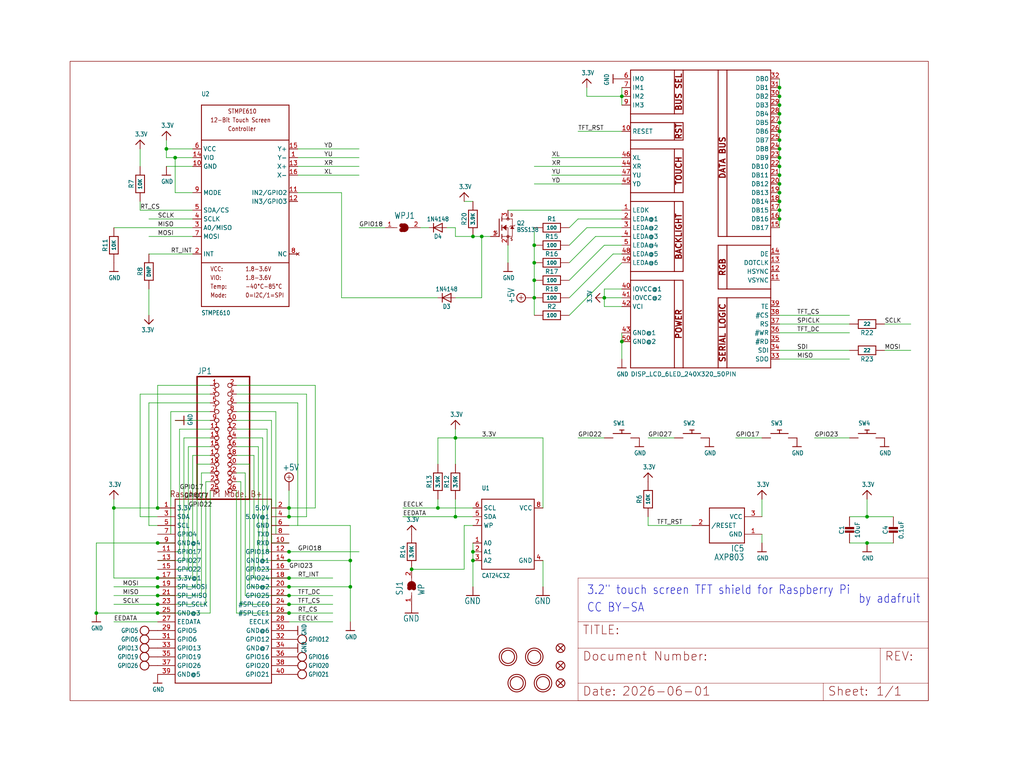
<source format=kicad_sch>
(kicad_sch (version 20230121) (generator eeschema)
  (paper "User" 297.002 223.571)
  (junction (at 132.08 127))
  (junction (at 251.46 157.48))
  (junction (at 137.16 68.58))
  (junction (at 226.06 25.4))
  (junction (at 27.94 177.8))
  (junction (at 226.06 33.02))
  (junction (at 101.6 170.18))
  (junction (at 226.06 58.42))
  (junction (at 101.6 162.56))
  (junction (at 83.82 175.26))
  (junction (at 226.06 48.26))
  (junction (at 45.72 172.72))
  (junction (at 226.06 30.48))
  (junction (at 154.94 76.2))
  (junction (at 83.82 160.02))
  (junction (at 83.82 172.72))
  (junction (at 45.72 177.8))
  (junction (at 33.02 147.32))
  (junction (at 45.72 157.48))
  (junction (at 154.94 71.12))
  (junction (at 180.34 99.06))
  (junction (at 45.72 175.26))
  (junction (at 226.06 63.5))
  (junction (at 226.06 60.96))
  (junction (at 50.8 45.72))
  (junction (at 45.72 147.32))
  (junction (at 83.82 177.8))
  (junction (at 83.82 170.18))
  (junction (at 175.26 86.36))
  (junction (at 83.82 162.56))
  (junction (at 154.94 86.36))
  (junction (at 48.26 43.18))
  (junction (at 180.34 27.94))
  (junction (at 226.06 45.72))
  (junction (at 127 147.32))
  (junction (at 226.06 40.64))
  (junction (at 137.16 160.02))
  (junction (at 139.7 68.58))
  (junction (at 83.82 167.64))
  (junction (at 45.72 167.64))
  (junction (at 83.82 149.86))
  (junction (at 226.06 35.56))
  (junction (at 226.06 53.34))
  (junction (at 45.72 170.18))
  (junction (at 137.16 162.56))
  (junction (at 226.06 43.18))
  (junction (at 132.08 149.86))
  (junction (at 119.38 165.1))
  (junction (at 226.06 27.94))
  (junction (at 83.82 147.32))
  (junction (at 251.46 149.86))
  (junction (at 226.06 38.1))
  (junction (at 226.06 55.88))
  (junction (at 226.06 50.8))
  (junction (at 154.94 81.28))
  (wire (pts (xy 226.06 38.1) (xy 226.06 40.64)) (stroke (width 0.1524)))
  (wire (pts (xy 83.82 175.26) (xy 69.85 175.26)) (stroke (width 0.1524)))
  (wire (pts (xy 259.08 149.86) (xy 251.46 149.86)) (stroke (width 0.1524)))
  (wire (pts (xy 80.01 119.38) (xy 68.58 119.38)) (stroke (width 0.1524)))
  (wire (pts (xy 154.94 81.28) (xy 154.94 76.2)) (stroke (width 0.1524)))
  (wire (pts (xy 45.72 154.94) (xy 49.53 154.94)) (stroke (width 0.1524)))
  (wire (pts (xy 175.26 88.9) (xy 180.34 88.9)) (stroke (width 0.1524)))
  (wire (pts (xy 59.69 139.7) (xy 60.96 139.7)) (stroke (width 0.1524)))
  (wire (pts (xy 83.82 160.02) (xy 77.47 160.02)) (stroke (width 0.1524)))
  (wire (pts (xy 101.6 170.18) (xy 101.6 180.34)) (stroke (width 0.1524)))
  (wire (pts (xy 175.26 83.82) (xy 180.34 83.82)) (stroke (width 0.1524)))
  (wire (pts (xy 77.47 160.02) (xy 77.47 124.46)) (stroke (width 0.1524)))
  (wire (pts (xy 172.72 68.58) (xy 180.34 68.58)) (stroke (width 0.1524)))
  (wire (pts (xy 139.7 86.36) (xy 132.08 86.36)) (stroke (width 0.1524)))
  (wire (pts (xy 33.02 66.04) (xy 55.88 66.04)) (stroke (width 0.1524)))
  (wire (pts (xy 54.61 129.54) (xy 60.96 129.54)) (stroke (width 0.1524)))
  (wire (pts (xy 33.02 167.64) (xy 33.02 147.32)) (stroke (width 0.1524)))
  (wire (pts (xy 132.08 127) (xy 127 127)) (stroke (width 0.1524)))
  (wire (pts (xy 175.26 88.9) (xy 175.26 86.36)) (stroke (width 0.1524)))
  (wire (pts (xy 226.06 63.5) (xy 226.06 66.04)) (stroke (width 0.1524)))
  (wire (pts (xy 226.06 101.6) (xy 246.38 101.6)) (stroke (width 0.1524)))
  (wire (pts (xy 45.72 177.8) (xy 60.96 177.8)) (stroke (width 0.1524)))
  (wire (pts (xy 132.08 134.62) (xy 132.08 127)) (stroke (width 0.1524)))
  (wire (pts (xy 43.18 91.44) (xy 43.18 83.82)) (stroke (width 0.1524)))
  (wire (pts (xy 83.82 142.24) (xy 83.82 147.32)) (stroke (width 0.1524)))
  (wire (pts (xy 226.06 35.56) (xy 226.06 38.1)) (stroke (width 0.1524)))
  (wire (pts (xy 101.6 152.4) (xy 101.6 162.56)) (stroke (width 0.1524)))
  (wire (pts (xy 195.58 127) (xy 187.96 127)) (stroke (width 0.1524)))
  (wire (pts (xy 246.38 127) (xy 236.22 127)) (stroke (width 0.1524)))
  (wire (pts (xy 45.72 149.86) (xy 40.64 149.86)) (stroke (width 0.1524)))
  (wire (pts (xy 226.06 27.94) (xy 226.06 30.48)) (stroke (width 0.1524)))
  (wire (pts (xy 251.46 144.78) (xy 251.46 149.86)) (stroke (width 0.1524)))
  (wire (pts (xy 154.94 86.36) (xy 154.94 81.28)) (stroke (width 0.1524)))
  (wire (pts (xy 154.94 76.2) (xy 154.94 71.12)) (stroke (width 0.1524)))
  (wire (pts (xy 124.46 66.04) (xy 121.92 66.04)) (stroke (width 0.1524)))
  (wire (pts (xy 83.82 160.02) (xy 104.14 160.02)) (stroke (width 0.1524)))
  (wire (pts (xy 83.82 177.8) (xy 96.52 177.8)) (stroke (width 0.1524)))
  (wire (pts (xy 187.96 152.4) (xy 187.96 149.86)) (stroke (width 0.1524)))
  (wire (pts (xy 226.06 93.98) (xy 246.38 93.98)) (stroke (width 0.1524)))
  (wire (pts (xy 251.46 157.48) (xy 259.08 157.48)) (stroke (width 0.1524)))
  (wire (pts (xy 58.42 172.72) (xy 58.42 137.16)) (stroke (width 0.1524)))
  (wire (pts (xy 226.06 25.4) (xy 226.06 27.94)) (stroke (width 0.1524)))
  (wire (pts (xy 180.34 25.4) (xy 180.34 27.94)) (stroke (width 0.1524)))
  (wire (pts (xy 83.82 175.26) (xy 96.52 175.26)) (stroke (width 0.1524)))
  (wire (pts (xy 40.64 48.26) (xy 40.64 43.18)) (stroke (width 0.1524)))
  (wire (pts (xy 45.72 180.34) (xy 33.02 180.34)) (stroke (width 0.1524)))
  (wire (pts (xy 226.06 91.44) (xy 246.38 91.44)) (stroke (width 0.1524)))
  (wire (pts (xy 220.98 149.86) (xy 220.98 144.78)) (stroke (width 0.1524)))
  (wire (pts (xy 55.88 167.64) (xy 55.88 132.08)) (stroke (width 0.1524)))
  (wire (pts (xy 45.72 167.64) (xy 55.88 167.64)) (stroke (width 0.1524)))
  (wire (pts (xy 88.9 114.3) (xy 68.58 114.3)) (stroke (width 0.1524)))
  (wire (pts (xy 83.82 152.4) (xy 101.6 152.4)) (stroke (width 0.1524)))
  (wire (pts (xy 48.26 40.64) (xy 48.26 43.18)) (stroke (width 0.1524)))
  (wire (pts (xy 180.34 96.52) (xy 180.34 99.06)) (stroke (width 0.1524)))
  (wire (pts (xy 45.72 170.18) (xy 33.02 170.18)) (stroke (width 0.1524)))
  (wire (pts (xy 226.06 104.14) (xy 246.38 104.14)) (stroke (width 0.1524)))
  (wire (pts (xy 165.1 81.28) (xy 175.26 71.12)) (stroke (width 0.1524)))
  (wire (pts (xy 83.82 180.34) (xy 96.52 180.34)) (stroke (width 0.1524)))
  (wire (pts (xy 60.96 177.8) (xy 60.96 142.24)) (stroke (width 0.1524)))
  (wire (pts (xy 86.36 55.88) (xy 99.06 55.88)) (stroke (width 0.1524)))
  (wire (pts (xy 157.48 162.56) (xy 157.48 170.18)) (stroke (width 0.1524)))
  (wire (pts (xy 99.06 55.88) (xy 99.06 86.36)) (stroke (width 0.1524)))
  (wire (pts (xy 76.2 162.56) (xy 83.82 162.56)) (stroke (width 0.1524)))
  (wire (pts (xy 175.26 83.82) (xy 175.26 86.36)) (stroke (width 0.1524)))
  (wire (pts (xy 45.72 172.72) (xy 58.42 172.72)) (stroke (width 0.1524)))
  (wire (pts (xy 83.82 170.18) (xy 101.6 170.18)) (stroke (width 0.1524)))
  (wire (pts (xy 83.82 167.64) (xy 96.52 167.64)) (stroke (width 0.1524)))
  (wire (pts (xy 175.26 127) (xy 167.64 127)) (stroke (width 0.1524)))
  (wire (pts (xy 147.32 71.12) (xy 147.32 76.2)) (stroke (width 0.1524)))
  (wire (pts (xy 101.6 162.56) (xy 101.6 170.18)) (stroke (width 0.1524)))
  (wire (pts (xy 220.98 154.94) (xy 220.98 157.48)) (stroke (width 0.1524)))
  (wire (pts (xy 54.61 165.1) (xy 54.61 129.54)) (stroke (width 0.1524)))
  (wire (pts (xy 83.82 165.1) (xy 74.93 165.1)) (stroke (width 0.1524)))
  (wire (pts (xy 127 144.78) (xy 127 147.32)) (stroke (width 0.1524)))
  (wire (pts (xy 45.72 147.32) (xy 45.72 111.76)) (stroke (width 0.1524)))
  (wire (pts (xy 177.8 73.66) (xy 180.34 73.66)) (stroke (width 0.1524)))
  (wire (pts (xy 180.34 38.1) (xy 167.64 38.1)) (stroke (width 0.1524)))
  (wire (pts (xy 45.72 177.8) (xy 27.94 177.8)) (stroke (width 0.1524)))
  (wire (pts (xy 134.62 152.4) (xy 137.16 152.4)) (stroke (width 0.1524)))
  (wire (pts (xy 99.06 86.36) (xy 127 86.36)) (stroke (width 0.1524)))
  (wire (pts (xy 86.36 50.8) (xy 104.14 50.8)) (stroke (width 0.1524)))
  (wire (pts (xy 49.53 154.94) (xy 49.53 119.38)) (stroke (width 0.1524)))
  (wire (pts (xy 180.34 86.36) (xy 175.26 86.36)) (stroke (width 0.1524)))
  (wire (pts (xy 134.62 58.42) (xy 137.16 58.42)) (stroke (width 0.1524)))
  (wire (pts (xy 226.06 30.48) (xy 226.06 33.02)) (stroke (width 0.1524)))
  (wire (pts (xy 132.08 68.58) (xy 137.16 68.58)) (stroke (width 0.1524)))
  (wire (pts (xy 91.44 111.76) (xy 91.44 147.32)) (stroke (width 0.1524)))
  (wire (pts (xy 165.1 66.04) (xy 167.64 63.5)) (stroke (width 0.1524)))
  (wire (pts (xy 45.72 172.72) (xy 33.02 172.72)) (stroke (width 0.1524)))
  (wire (pts (xy 200.66 152.4) (xy 187.96 152.4)) (stroke (width 0.1524)))
  (wire (pts (xy 139.7 68.58) (xy 139.7 86.36)) (stroke (width 0.1524)))
  (wire (pts (xy 45.72 160.02) (xy 52.07 160.02)) (stroke (width 0.1524)))
  (wire (pts (xy 52.07 124.46) (xy 60.96 124.46)) (stroke (width 0.1524)))
  (wire (pts (xy 132.08 149.86) (xy 137.16 149.86)) (stroke (width 0.1524)))
  (wire (pts (xy 45.72 152.4) (xy 43.18 152.4)) (stroke (width 0.1524)))
  (wire (pts (xy 74.93 129.54) (xy 68.58 129.54)) (stroke (width 0.1524)))
  (wire (pts (xy 68.58 127) (xy 76.2 127)) (stroke (width 0.1524)))
  (wire (pts (xy 226.06 40.64) (xy 226.06 43.18)) (stroke (width 0.1524)))
  (wire (pts (xy 91.44 147.32) (xy 83.82 147.32)) (stroke (width 0.1524)))
  (wire (pts (xy 129.54 66.04) (xy 132.08 66.04)) (stroke (width 0.1524)))
  (wire (pts (xy 68.58 177.8) (xy 83.82 177.8)) (stroke (width 0.1524)))
  (wire (pts (xy 55.88 73.66) (xy 43.18 73.66)) (stroke (width 0.1524)))
  (wire (pts (xy 88.9 149.86) (xy 88.9 114.3)) (stroke (width 0.1524)))
  (wire (pts (xy 45.72 111.76) (xy 60.96 111.76)) (stroke (width 0.1524)))
  (wire (pts (xy 220.98 127) (xy 213.36 127)) (stroke (width 0.1524)))
  (wire (pts (xy 68.58 137.16) (xy 71.12 137.16)) (stroke (width 0.1524)))
  (wire (pts (xy 57.15 170.18) (xy 57.15 134.62)) (stroke (width 0.1524)))
  (wire (pts (xy 147.32 60.96) (xy 180.34 60.96)) (stroke (width 0.1524)))
  (wire (pts (xy 251.46 149.86) (xy 246.38 149.86)) (stroke (width 0.1524)))
  (wire (pts (xy 83.82 170.18) (xy 72.39 170.18)) (stroke (width 0.1524)))
  (wire (pts (xy 48.26 48.26) (xy 55.88 48.26)) (stroke (width 0.1524)))
  (wire (pts (xy 246.38 157.48) (xy 251.46 157.48)) (stroke (width 0.1524)))
  (wire (pts (xy 137.16 162.56) (xy 137.16 170.18)) (stroke (width 0.1524)))
  (wire (pts (xy 142.24 68.58) (xy 139.7 68.58)) (stroke (width 0.1524)))
  (wire (pts (xy 45.72 165.1) (xy 54.61 165.1)) (stroke (width 0.1524)))
  (wire (pts (xy 175.26 71.12) (xy 180.34 71.12)) (stroke (width 0.1524)))
  (wire (pts (xy 256.54 93.98) (xy 264.16 93.98)) (stroke (width 0.1524)))
  (wire (pts (xy 50.8 55.88) (xy 50.8 45.72)) (stroke (width 0.1524)))
  (wire (pts (xy 165.1 91.44) (xy 180.34 76.2)) (stroke (width 0.1524)))
  (wire (pts (xy 180.34 48.26) (xy 154.94 48.26)) (stroke (width 0.1524)))
  (wire (pts (xy 69.85 139.7) (xy 68.58 139.7)) (stroke (width 0.1524)))
  (wire (pts (xy 45.72 175.26) (xy 33.02 175.26)) (stroke (width 0.1524)))
  (wire (pts (xy 71.12 172.72) (xy 83.82 172.72)) (stroke (width 0.1524)))
  (wire (pts (xy 53.34 162.56) (xy 53.34 127)) (stroke (width 0.1524)))
  (wire (pts (xy 180.34 27.94) (xy 180.34 30.48)) (stroke (width 0.1524)))
  (wire (pts (xy 132.08 144.78) (xy 132.08 149.86)) (stroke (width 0.1524)))
  (wire (pts (xy 43.18 116.84) (xy 60.96 116.84)) (stroke (width 0.1524)))
  (wire (pts (xy 72.39 134.62) (xy 68.58 134.62)) (stroke (width 0.1524)))
  (wire (pts (xy 127 147.32) (xy 116.84 147.32)) (stroke (width 0.1524)))
  (wire (pts (xy 137.16 68.58) (xy 139.7 68.58)) (stroke (width 0.1524)))
  (wire (pts (xy 137.16 147.32) (xy 127 147.32)) (stroke (width 0.1524)))
  (wire (pts (xy 119.38 165.1) (xy 134.62 165.1)) (stroke (width 0.1524)))
  (wire (pts (xy 55.88 132.08) (xy 60.96 132.08)) (stroke (width 0.1524)))
  (wire (pts (xy 68.58 116.84) (xy 86.36 116.84)) (stroke (width 0.1524)))
  (wire (pts (xy 165.1 86.36) (xy 177.8 73.66)) (stroke (width 0.1524)))
  (wire (pts (xy 55.88 68.58) (xy 43.18 68.58)) (stroke (width 0.1524)))
  (wire (pts (xy 59.69 175.26) (xy 59.69 139.7)) (stroke (width 0.1524)))
  (wire (pts (xy 50.8 121.92) (xy 60.96 121.92)) (stroke (width 0.1524)))
  (wire (pts (xy 226.06 50.8) (xy 226.06 53.34)) (stroke (width 0.1524)))
  (wire (pts (xy 137.16 160.02) (xy 137.16 162.56)) (stroke (width 0.1524)))
  (wire (pts (xy 86.36 116.84) (xy 86.36 152.4)) (stroke (width 0.1524)))
  (wire (pts (xy 154.94 86.36) (xy 154.94 91.44)) (stroke (width 0.1524)))
  (wire (pts (xy 33.02 144.78) (xy 33.02 147.32)) (stroke (width 0.1524)))
  (wire (pts (xy 83.82 162.56) (xy 101.6 162.56)) (stroke (width 0.1524)))
  (wire (pts (xy 226.06 55.88) (xy 226.06 58.42)) (stroke (width 0.1524)))
  (wire (pts (xy 27.94 157.48) (xy 27.94 177.8)) (stroke (width 0.1524)))
  (wire (pts (xy 69.85 175.26) (xy 69.85 139.7)) (stroke (width 0.1524)))
  (wire (pts (xy 226.06 45.72) (xy 226.06 48.26)) (stroke (width 0.1524)))
  (wire (pts (xy 226.06 58.42) (xy 226.06 60.96)) (stroke (width 0.1524)))
  (wire (pts (xy 73.66 167.64) (xy 83.82 167.64)) (stroke (width 0.1524)))
  (wire (pts (xy 137.16 157.48) (xy 137.16 160.02)) (stroke (width 0.1524)))
  (wire (pts (xy 58.42 137.16) (xy 60.96 137.16)) (stroke (width 0.1524)))
  (wire (pts (xy 180.34 53.34) (xy 154.94 53.34)) (stroke (width 0.1524)))
  (wire (pts (xy 116.84 149.86) (xy 132.08 149.86)) (stroke (width 0.1524)))
  (wire (pts (xy 80.01 154.94) (xy 80.01 119.38)) (stroke (width 0.1524)))
  (wire (pts (xy 40.64 114.3) (xy 60.96 114.3)) (stroke (width 0.1524)))
  (wire (pts (xy 40.64 149.86) (xy 40.64 114.3)) (stroke (width 0.1524)))
  (wire (pts (xy 48.26 43.18) (xy 48.26 45.72)) (stroke (width 0.1524)))
  (wire (pts (xy 68.58 142.24) (xy 68.58 177.8)) (stroke (width 0.1524)))
  (wire (pts (xy 78.74 121.92) (xy 78.74 157.48)) (stroke (width 0.1524)))
  (wire (pts (xy 45.72 157.48) (xy 50.8 157.48)) (stroke (width 0.1524)))
  (wire (pts (xy 180.34 45.72) (xy 160.02 45.72)) (stroke (width 0.1524)))
  (wire (pts (xy 83.82 149.86) (xy 88.9 149.86)) (stroke (width 0.1524)))
  (wire (pts (xy 72.39 170.18) (xy 72.39 134.62)) (stroke (width 0.1524)))
  (wire (pts (xy 45.72 157.48) (xy 27.94 157.48)) (stroke (width 0.1524)))
  (wire (pts (xy 33.02 147.32) (xy 45.72 147.32)) (stroke (width 0.1524)))
  (wire (pts (xy 157.48 147.32) (xy 157.48 127)) (stroke (width 0.1524)))
  (wire (pts (xy 71.12 137.16) (xy 71.12 172.72)) (stroke (width 0.1524)))
  (wire (pts (xy 76.2 127) (xy 76.2 162.56)) (stroke (width 0.1524)))
  (wire (pts (xy 78.74 157.48) (xy 83.82 157.48)) (stroke (width 0.1524)))
  (wire (pts (xy 77.47 124.46) (xy 68.58 124.46)) (stroke (width 0.1524)))
  (wire (pts (xy 55.88 55.88) (xy 50.8 55.88)) (stroke (width 0.1524)))
  (wire (pts (xy 226.06 53.34) (xy 226.06 55.88)) (stroke (width 0.1524)))
  (wire (pts (xy 167.64 63.5) (xy 180.34 63.5)) (stroke (width 0.1524)))
  (wire (pts (xy 170.18 66.04) (xy 180.34 66.04)) (stroke (width 0.1524)))
  (wire (pts (xy 55.88 45.72) (xy 50.8 45.72)) (stroke (width 0.1524)))
  (wire (pts (xy 45.72 170.18) (xy 57.15 170.18)) (stroke (width 0.1524)))
  (wire (pts (xy 43.18 63.5) (xy 55.88 63.5)) (stroke (width 0.1524)))
  (wire (pts (xy 104.14 66.04) (xy 111.76 66.04)) (stroke (width 0.1524)))
  (wire (pts (xy 180.34 50.8) (xy 160.02 50.8)) (stroke (width 0.1524)))
  (wire (pts (xy 256.54 101.6) (xy 264.16 101.6)) (stroke (width 0.1524)))
  (wire (pts (xy 226.06 60.96) (xy 226.06 63.5)) (stroke (width 0.1524)))
  (wire (pts (xy 45.72 167.64) (xy 33.02 167.64)) (stroke (width 0.1524)))
  (wire (pts (xy 127 127) (xy 127 134.62)) (stroke (width 0.1524)))
  (wire (pts (xy 165.1 71.12) (xy 170.18 66.04)) (stroke (width 0.1524)))
  (wire (pts (xy 68.58 132.08) (xy 73.66 132.08)) (stroke (width 0.1524)))
  (wire (pts (xy 45.72 162.56) (xy 53.34 162.56)) (stroke (width 0.1524)))
  (wire (pts (xy 132.08 124.46) (xy 132.08 127)) (stroke (width 0.1524)))
  (wire (pts (xy 49.53 119.38) (xy 60.96 119.38)) (stroke (width 0.1524)))
  (wire (pts (xy 40.64 60.96) (xy 40.64 58.42)) (stroke (width 0.1524)))
  (wire (pts (xy 226.06 48.26) (xy 226.06 50.8)) (stroke (width 0.1524)))
  (wire (pts (xy 86.36 48.26) (xy 104.14 48.26)) (stroke (width 0.1524)))
  (wire (pts (xy 40.64 60.96) (xy 55.88 60.96)) (stroke (width 0.1524)))
  (wire (pts (xy 45.72 175.26) (xy 59.69 175.26)) (stroke (width 0.1524)))
  (wire (pts (xy 180.34 27.94) (xy 170.18 27.94)) (stroke (width 0.1524)))
  (wire (pts (xy 83.82 172.72) (xy 96.52 172.72)) (stroke (width 0.1524)))
  (wire (pts (xy 48.26 43.18) (xy 55.88 43.18)) (stroke (width 0.1524)))
  (wire (pts (xy 226.06 22.86) (xy 226.06 25.4)) (stroke (width 0.1524)))
  (wire (pts (xy 86.36 45.72) (xy 104.14 45.72)) (stroke (width 0.1524)))
  (wire (pts (xy 154.94 66.04) (xy 154.94 71.12)) (stroke (width 0.1524)))
  (wire (pts (xy 134.62 165.1) (xy 134.62 152.4)) (stroke (width 0.1524)))
  (wire (pts (xy 86.36 43.18) (xy 104.14 43.18)) (stroke (width 0.1524)))
  (wire (pts (xy 52.07 160.02) (xy 52.07 124.46)) (stroke (width 0.1524)))
  (wire (pts (xy 165.1 76.2) (xy 172.72 68.58)) (stroke (width 0.1524)))
  (wire (pts (xy 53.34 127) (xy 60.96 127)) (stroke (width 0.1524)))
  (wire (pts (xy 157.48 127) (xy 132.08 127)) (stroke (width 0.1524)))
  (wire (pts (xy 226.06 43.18) (xy 226.06 45.72)) (stroke (width 0.1524)))
  (wire (pts (xy 170.18 27.94) (xy 170.18 25.4)) (stroke (width 0.1524)))
  (wire (pts (xy 68.58 111.76) (xy 91.44 111.76)) (stroke (width 0.1524)))
  (wire (pts (xy 226.06 33.02) (xy 226.06 35.56)) (stroke (width 0.1524)))
  (wire (pts (xy 180.34 99.06) (xy 180.34 104.14)) (stroke (width 0.1524)))
  (wire (pts (xy 68.58 121.92) (xy 78.74 121.92)) (stroke (width 0.1524)))
  (wire (pts (xy 83.82 154.94) (xy 80.01 154.94)) (stroke (width 0.1524)))
  (wire (pts (xy 226.06 96.52) (xy 246.38 96.52)) (stroke (width 0.1524)))
  (wire (pts (xy 43.18 152.4) (xy 43.18 116.84)) (stroke (width 0.1524)))
  (wire (pts (xy 132.08 66.04) (xy 132.08 68.58)) (stroke (width 0.1524)))
  (wire (pts (xy 73.66 132.08) (xy 73.66 167.64)) (stroke (width 0.1524)))
  (wire (pts (xy 57.15 134.62) (xy 60.96 134.62)) (stroke (width 0.1524)))
  (wire (pts (xy 50.8 45.72) (xy 48.26 45.72)) (stroke (width 0.1524)))
  (wire (pts (xy 83.82 147.32) (xy 83.82 149.86)) (stroke (width 0.1524)))
  (wire (pts (xy 74.93 165.1) (xy 74.93 129.54)) (stroke (width 0.1524)))
  (text "by adafruit~{}" (at 248.92 175.26 0) (effects (font (size 2.54 2.159)) (justify left bottom)))
  (text "3.2\" touch screen TFT shield for Raspberry Pi" (at 170.18 172.72 0) (effects (font (size 2.54 2.159)) (justify left bottom)))
  (text "CC BY-SA" (at 170.18 177.8 0) (effects (font (size 2.54 2.159)) (justify left bottom)))
  (label "YU" (at 160.02 50.8 0) (effects (font (size 1.2446 1.2446))))
  (label "GPIO17" (at 213.36 127 0) (effects (font (size 1.2446 1.2446))))
  (label "GPIO23" (at 83.82 165.1 0) (effects (font (size 1.2446 1.2446))))
  (label "GPIO22" (at 167.64 127 0) (effects (font (size 1.2446 1.2446))))
  (label "MISO" (at 231.14 104.14 0) (effects (font (size 1.2446 1.2446))))
  (label "3.3V" (at 139.7 127 0) (effects (font (size 1.2446 1.2446))))
  (label "TFT_DC" (at 86.36 172.72 0) (effects (font (size 1.2446 1.2446))))
  (label "RT_INT" (at 49.53 73.66 0) (effects (font (size 1.2446 1.2446))))
  (label "RT_INT" (at 86.36 167.64 0) (effects (font (size 1.2446 1.2446))))
  (label "GPIO27" (at 53.34 144.78 0) (effects (font (size 1.2446 1.2446))))
  (label "MISO" (at 45.72 66.04 0) (effects (font (size 1.2446 1.2446))))
  (label "RT_CS" (at 40.64 60.96 0) (effects (font (size 1.2446 1.2446))))
  (label "SDI" (at 231.14 101.6 0) (effects (font (size 1.2446 1.2446))))
  (label "YU" (at 93.98 45.72 0) (effects (font (size 1.2446 1.2446))))
  (label "TFT_RST" (at 167.64 38.1 0) (effects (font (size 1.2446 1.2446))))
  (label "MISO" (at 35.56 172.72 0) (effects (font (size 1.2446 1.2446))))
  (label "MOSI" (at 256.54 101.6 0) (effects (font (size 1.2446 1.2446))))
  (label "GPIO17" (at 52.07 142.24 0) (effects (font (size 1.2446 1.2446))))
  (label "SCLK" (at 45.72 63.5 0) (effects (font (size 1.2446 1.2446))))
  (label "RT_CS" (at 86.36 177.8 0) (effects (font (size 1.2446 1.2446))))
  (label "GPIO18" (at 86.36 160.02 0) (effects (font (size 1.2446 1.2446))))
  (label "TFT_CS" (at 231.14 91.44 0) (effects (font (size 1.2446 1.2446))))
  (label "XR" (at 93.98 48.26 0) (effects (font (size 1.2446 1.2446))))
  (label "GPIO18" (at 104.14 66.04 0) (effects (font (size 1.2446 1.2446))))
  (label "XR" (at 160.02 48.26 0) (effects (font (size 1.2446 1.2446))))
  (label "YD" (at 160.02 53.34 0) (effects (font (size 1.2446 1.2446))))
  (label "EECLK" (at 86.36 180.34 0) (effects (font (size 1.2446 1.2446))))
  (label "TFT_CS" (at 86.36 175.26 0) (effects (font (size 1.2446 1.2446))))
  (label "MOSI" (at 45.72 68.58 0) (effects (font (size 1.2446 1.2446))))
  (label "GPIO22" (at 54.61 147.32 0) (effects (font (size 1.2446 1.2446))))
  (label "TFT_DC" (at 231.14 96.52 0) (effects (font (size 1.2446 1.2446))))
  (label "GPIO23" (at 236.22 127 0) (effects (font (size 1.2446 1.2446))))
  (label "EECLK" (at 116.84 147.32 0) (effects (font (size 1.2446 1.2446))))
  (label "MOSI" (at 35.56 170.18 0) (effects (font (size 1.2446 1.2446))))
  (label "EEDATA" (at 33.02 180.34 0) (effects (font (size 1.2446 1.2446))))
  (label "SPICLK" (at 231.14 93.98 0) (effects (font (size 1.2446 1.2446))))
  (label "SCLK" (at 256.54 93.98 0) (effects (font (size 1.2446 1.2446))))
  (label "XL" (at 93.98 50.8 0) (effects (font (size 1.2446 1.2446))))
  (label "EEDATA" (at 116.84 149.86 0) (effects (font (size 1.2446 1.2446))))
  (label "TFT_RST" (at 190.5 152.4 0) (effects (font (size 1.2446 1.2446))))
  (label "YD" (at 93.98 43.18 0) (effects (font (size 1.2446 1.2446))))
  (label "GPIO27" (at 187.96 127 0) (effects (font (size 1.2446 1.2446))))
  (label "SCLK" (at 35.56 175.26 0) (effects (font (size 1.2446 1.2446))))
  (label "XL" (at 160.02 45.72 0) (effects (font (size 1.2446 1.2446))))
  (symbol (lib_id "working-eagle-import:GND") (at 48.26 50.8 0) (unit 1)
    (property "Reference" "#U$7" (effects hide))
    (property "Value" "GND" (at 46.736 53.34 0) (effects (font (size 1.27 1.0795)) (justify left bottom)))
  )
  (symbol (lib_id "working-eagle-import:MOUNTINGHOLE2.5_THICK") (at 149.86 198.12 0) (unit 1)
    (property "Reference" "U$17" (effects hide))
    (property "Value" "MOUNTINGHOLE2.5_THICK" (effects hide))
    (property "Footprint" "working:MOUNTINGHOLE_2.5_PLATED_THICK" (effects hide))
    (property "BOM" "EXCLUDE" (effects hide))
  )
  (symbol (lib_id "working-eagle-import:MOUNTINGHOLE2.5_THICK") (at 147.32 190.5 0) (unit 1)
    (property "Reference" "U$16" (effects hide))
    (property "Value" "MOUNTINGHOLE2.5_THICK" (effects hide))
    (property "Footprint" "working:MOUNTINGHOLE_2.5_PLATED_THICK" (effects hide))
  )
  (symbol (lib_id "working-eagle-import:GND") (at 147.32 78.74 0) (unit 1)
    (property "Reference" "#U$39" (effects hide))
    (property "Value" "GND" (at 145.796 81.28 0) (effects (font (size 1.27 1.0795)) (justify left bottom)))
  )
  (symbol (lib_id "working-eagle-import:DISP_LCD_6LED_240X320_50PIN") (at 203.2 60.96 0) (unit 1)
    (property "Reference" "U$1" (effects hide))
    (property "Value" "DISP_LCD_6LED_240X320_50PIN" (at 182.88 109.22 0) (effects (justify left bottom)))
    (property "Footprint" "working:TFT_3.2IN_240X320_50PIN" (effects hide))
  )
  (symbol (lib_id "working-eagle-import:TESTPOINT1.5X2.0MM_NOCREAM") (at 45.72 185.42 90) (unit 1)
    (property "Reference" "GPIO6" (at 40.132 185.42 90) (effects (font (size 1.27 1.0795)) (justify left)))
    (property "Value" "TESTPOINT1.5X2.0MM_NOCREAM" (effects hide))
    (property "Footprint" "working:PAD-1.5X2.0" (effects hide))
  )
  (symbol (lib_id "working-eagle-import:RESISTOR0805_NOOUTLINE") (at 160.02 71.12 0) (unit 1)
    (property "Reference" "R15" (at 160.02 68.58 0))
    (property "Value" "100" (at 160.02 71.12 0) (effects (font (size 1.016 1.016) bold)))
    (property "Footprint" "working:0805-NO" (effects hide))
  )
  (symbol (lib_id "working-eagle-import:FIDUCIAL{dblquote}{dblquote}") (at 162.56 187.96 0) (unit 1)
    (property "Reference" "U$10" (effects hide))
    (property "Value" "FIDUCIAL{dblquote}{dblquote}" (effects hide))
    (property "Footprint" "working:FIDUCIAL_1MM" (effects hide))
  )
  (symbol (lib_id "working-eagle-import:RESISTOR0805_NOOUTLINE") (at 160.02 76.2 0) (unit 1)
    (property "Reference" "R16" (at 160.02 73.66 0))
    (property "Value" "100" (at 160.02 76.2 0) (effects (font (size 1.016 1.016) bold)))
    (property "Footprint" "working:0805-NO" (effects hide))
  )
  (symbol (lib_id "working-eagle-import:CAP_CERAMIC0805-NOOUTLINE") (at 259.08 154.94 0) (unit 1)
    (property "Reference" "C4" (at 256.79 153.69 90))
    (property "Value" "0.1uF" (at 261.38 153.69 90))
    (property "Footprint" "working:0805-NO" (effects hide))
  )
  (symbol (lib_id "working-eagle-import:GND") (at 53.34 121.92 90) (unit 1)
    (property "Reference" "#U$25" (effects hide))
    (property "Value" "GND" (at 55.88 123.444 0) (effects (font (size 1.27 1.0795)) (justify left bottom)))
  )
  (symbol (lib_id "working-eagle-import:RESISTOR_0805MP") (at 251.46 101.6 180) (unit 1)
    (property "Reference" "R23" (at 251.46 104.14 0))
    (property "Value" "22" (at 251.46 101.6 0) (effects (font (size 1.016 1.016) bold)))
    (property "Footprint" "working:_0805MP" (effects hide))
  )
  (symbol (lib_id "working-eagle-import:RESISTOR0805_NOOUTLINE") (at 40.64 53.34 90) (unit 1)
    (property "Reference" "R7" (at 38.1 53.34 0))
    (property "Value" "10K" (at 40.64 53.34 0) (effects (font (size 1.016 1.016) bold)))
    (property "Footprint" "working:0805-NO" (effects hide))
  )
  (symbol (lib_id "working-eagle-import:GND") (at 33.02 78.74 0) (unit 1)
    (property "Reference" "#U$2" (effects hide))
    (property "Value" "GND" (at 31.496 81.28 0) (effects (font (size 1.27 1.0795)) (justify left bottom)))
  )
  (symbol (lib_id "working-eagle-import:FIDUCIAL{dblquote}{dblquote}") (at 162.56 198.12 0) (unit 1)
    (property "Reference" "U$11" (effects hide))
    (property "Value" "FIDUCIAL{dblquote}{dblquote}" (effects hide))
    (property "Footprint" "working:FIDUCIAL_1MM" (effects hide))
  )
  (symbol (lib_id "working-eagle-import:GND") (at 45.72 198.12 0) (unit 1)
    (property "Reference" "#U$36" (effects hide))
    (property "Value" "GND" (at 44.196 200.66 0) (effects (font (size 1.27 1.0795)) (justify left bottom)))
  )
  (symbol (lib_id "working-eagle-import:+5V") (at 152.4 86.36 90) (unit 1)
    (property "Reference" "#SUPPLY2" (effects hide))
    (property "Value" "+5V" (at 149.225 88.265 0) (effects (font (size 1.778 1.5113)) (justify left bottom)))
  )
  (symbol (lib_id "working-eagle-import:3.3V") (at 119.38 152.4 0) (unit 1)
    (property "Reference" "#U$35" (effects hide))
    (property "Value" "3.3V" (at 117.856 151.384 0) (effects (font (size 1.27 1.0795)) (justify left bottom)))
  )
  (symbol (lib_id "working-eagle-import:LETTER_L") (at 20.32 203.2 0) (unit 1)
    (property "Reference" "#FRAME1" (effects hide))
    (property "Value" "LETTER_L" (effects hide))
  )
  (symbol (lib_id "working-eagle-import:GND") (at 231.14 129.54 0) (unit 1)
    (property "Reference" "#U$13" (effects hide))
    (property "Value" "GND" (at 229.616 132.08 0) (effects (font (size 1.27 1.0795)) (justify left bottom)))
  )
  (symbol (lib_id "working-eagle-import:TESTPOINT1.5X2.0MM_NOCREAM") (at 45.72 187.96 90) (unit 1)
    (property "Reference" "GPIO13" (at 40.132 187.96 90) (effects (font (size 1.27 1.0795)) (justify left)))
    (property "Value" "TESTPOINT1.5X2.0MM_NOCREAM" (effects hide))
    (property "Footprint" "working:PAD-1.5X2.0" (effects hide))
  )
  (symbol (lib_id "working-eagle-import:TESTPOINT1.5X2.0MM_NOCREAM") (at 83.82 185.42 270) (unit 1)
    (property "Reference" "GPIO12" (at 89.408 185.42 90) (effects (font (size 1.27 1.0795)) (justify left)))
    (property "Value" "TESTPOINT1.5X2.0MM_NOCREAM" (effects hide))
    (property "Footprint" "working:PAD-1.5X2.0" (effects hide))
  )
  (symbol (lib_id "working-eagle-import:GND") (at 251.46 160.02 0) (unit 1)
    (property "Reference" "#U$5" (effects hide))
    (property "Value" "GND" (at 249.936 162.56 0) (effects (font (size 1.27 1.0795)) (justify left bottom)))
  )
  (symbol (lib_id "working-eagle-import:supply1_GND") (at 137.16 172.72 0) (unit 1)
    (property "Reference" "#GND3" (effects hide))
    (property "Value" "GND" (at 134.62 175.26 0) (effects (font (size 1.778 1.5113)) (justify left bottom)))
  )
  (symbol (lib_id "working-eagle-import:RESISTOR0805_NOOUTLINE") (at 132.08 139.7 90) (unit 1)
    (property "Reference" "R12" (at 129.54 139.7 0))
    (property "Value" "3.9K" (at 132.08 139.7 0) (effects (font (size 1.016 1.016) bold)))
    (property "Footprint" "working:0805-NO" (effects hide))
  )
  (symbol (lib_id "working-eagle-import:CAP_CERAMIC0805-NOOUTLINE") (at 246.38 154.94 0) (unit 1)
    (property "Reference" "C1" (at 244.09 153.69 90))
    (property "Value" "10uF" (at 248.68 153.69 90))
    (property "Footprint" "working:0805-NO" (effects hide))
  )
  (symbol (lib_id "working-eagle-import:3.3V") (at 48.26 38.1 0) (unit 1)
    (property "Reference" "#U$4" (effects hide))
    (property "Value" "3.3V" (at 46.736 37.084 0) (effects (font (size 1.27 1.0795)) (justify left bottom)))
  )
  (symbol (lib_id "working-eagle-import:3.3V") (at 170.18 22.86 0) (unit 1)
    (property "Reference" "#U$44" (effects hide))
    (property "Value" "3.3V" (at 168.656 21.844 0) (effects (font (size 1.27 1.0795)) (justify left bottom)))
  )
  (symbol (lib_id "working-eagle-import:RESISTOR0805_NOOUTLINE") (at 160.02 66.04 0) (unit 1)
    (property "Reference" "R1" (at 160.02 63.5 0))
    (property "Value" "100" (at 160.02 66.04 0) (effects (font (size 1.016 1.016) bold)))
    (property "Footprint" "working:0805-NO" (effects hide))
  )
  (symbol (lib_id "working-eagle-import:TESTPOINT1.5X2.0MM_NOCREAM") (at 45.72 190.5 90) (unit 1)
    (property "Reference" "GPIO19" (at 40.132 190.5 90) (effects (font (size 1.27 1.0795)) (justify left)))
    (property "Value" "TESTPOINT1.5X2.0MM_NOCREAM" (effects hide))
    (property "Footprint" "working:PAD-1.5X2.0" (effects hide))
  )
  (symbol (lib_id "working-eagle-import:RESISTOR0805_NOOUTLINE") (at 187.96 144.78 90) (unit 1)
    (property "Reference" "R6" (at 185.42 144.78 0))
    (property "Value" "10K" (at 187.96 144.78 0) (effects (font (size 1.016 1.016) bold)))
    (property "Footprint" "working:0805-NO" (effects hide))
  )
  (symbol (lib_id "working-eagle-import:GND") (at 256.54 129.54 0) (unit 1)
    (property "Reference" "#U$24" (effects hide))
    (property "Value" "GND" (at 255.016 132.08 0) (effects (font (size 1.27 1.0795)) (justify left bottom)))
  )
  (symbol (lib_id "working-eagle-import:GND") (at 185.42 129.54 0) (unit 1)
    (property "Reference" "#U$6" (effects hide))
    (property "Value" "GND" (at 183.896 132.08 0) (effects (font (size 1.27 1.0795)) (justify left bottom)))
  )
  (symbol (lib_id "working-eagle-import:SWITCH_PUSHBUTTONEVQ-PE") (at 251.46 127 0) (unit 1)
    (property "Reference" "SW4" (at 248.92 123.444 0) (effects (font (size 1.27 1.0795)) (justify left bottom)))
    (property "Value" "SWITCH_PUSHBUTTONEVQ-PE" (effects hide))
    (property "Footprint" "working:TACT_PANA-EVQ" (effects hide))
  )
  (symbol (lib_id "working-eagle-import:MOSFET-NWIDE") (at 144.78 66.04 0) (unit 1)
    (property "Reference" "Q2" (at 149.86 65.405 0) (effects (font (size 1.27 1.0795)) (justify left bottom)))
    (property "Value" "BSS138" (at 149.86 67.31 0) (effects (font (size 1.27 1.0795)) (justify left bottom)))
    (property "Footprint" "working:SOT23-WIDE" (effects hide))
  )
  (symbol (lib_id "working-eagle-import:GND") (at 180.34 106.68 0) (unit 1)
    (property "Reference" "#U$41" (effects hide))
    (property "Value" "GND" (at 178.816 109.22 0) (effects (font (size 1.27 1.0795)) (justify left bottom)))
  )
  (symbol (lib_id "working-eagle-import:RESISTOR0805_NOOUTLINE") (at 160.02 81.28 0) (unit 1)
    (property "Reference" "R17" (at 160.02 78.74 0))
    (property "Value" "100" (at 160.02 81.28 0) (effects (font (size 1.016 1.016) bold)))
    (property "Footprint" "working:0805-NO" (effects hide))
  )
  (symbol (lib_id "working-eagle-import:SOLDERJUMPER_CLOSED") (at 119.38 170.18 90) (unit 1)
    (property "Reference" "SJ1" (at 116.84 172.72 0) (effects (font (size 1.778 1.5113)) (justify left bottom)))
    (property "Value" "WP" (at 123.19 172.72 0) (effects (font (size 1.778 1.5113)) (justify left bottom)))
    (property "Footprint" "working:SOLDERJUMPER_CLOSEDWIRE" (effects hide))
  )
  (symbol (lib_id "working-eagle-import:SWITCH_PUSHBUTTONEVQ-PE") (at 226.06 127 0) (unit 1)
    (property "Reference" "SW3" (at 223.52 123.444 0) (effects (font (size 1.27 1.0795)) (justify left bottom)))
    (property "Value" "SWITCH_PUSHBUTTONEVQ-PE" (effects hide))
    (property "Footprint" "working:TACT_PANA-EVQ" (effects hide))
  )
  (symbol (lib_id "working-eagle-import:RESISTOR0805_NOOUTLINE") (at 33.02 71.12 90) (unit 1)
    (property "Reference" "R11" (at 30.48 71.12 0))
    (property "Value" "10K" (at 33.02 71.12 0) (effects (font (size 1.016 1.016) bold)))
    (property "Footprint" "working:0805-NO" (effects hide))
  )
  (symbol (lib_id "working-eagle-import:GND") (at 220.98 160.02 0) (unit 1)
    (property "Reference" "#U$14" (effects hide))
    (property "Value" "GND" (at 219.456 162.56 0) (effects (font (size 1.27 1.0795)) (justify left bottom)))
  )
  (symbol (lib_id "working-eagle-import:SWITCH_PUSHBUTTONEVQ-PE") (at 200.66 127 0) (unit 1)
    (property "Reference" "SW2" (at 198.12 123.444 0) (effects (font (size 1.27 1.0795)) (justify left bottom)))
    (property "Value" "SWITCH_PUSHBUTTONEVQ-PE" (effects hide))
    (property "Footprint" "working:TACT_PANA-EVQ" (effects hide))
  )
  (symbol (lib_id "working-eagle-import:DIODESOD-323") (at 127 66.04 180) (unit 1)
    (property "Reference" "D4" (at 127 68.58 0) (effects (font (size 1.27 1.0795))))
    (property "Value" "1N4148" (at 127 63.54 0) (effects (font (size 1.27 1.0795))))
    (property "Footprint" "working:SOD-323" (effects hide))
  )
  (symbol (lib_id "working-eagle-import:RESISTOR0805_NOOUTLINE") (at 160.02 86.36 0) (unit 1)
    (property "Reference" "R18" (at 160.02 83.82 0))
    (property "Value" "100" (at 160.02 86.36 0) (effects (font (size 1.016 1.016) bold)))
    (property "Footprint" "working:0805-NO" (effects hide))
  )
  (symbol (lib_id "working-eagle-import:GND") (at 177.8 22.86 270) (unit 1)
    (property "Reference" "#U$42" (effects hide))
    (property "Value" "GND" (at 175.26 21.336 0) (effects (font (size 1.27 1.0795)) (justify left bottom)))
  )
  (symbol (lib_id "working-eagle-import:3.3V") (at 187.96 137.16 0) (unit 1)
    (property "Reference" "#U$22" (effects hide))
    (property "Value" "3.3V" (at 186.436 136.144 0) (effects (font (size 1.27 1.0795)) (justify left bottom)))
  )
  (symbol (lib_id "working-eagle-import:GND") (at 86.36 182.88 90) (unit 1)
    (property "Reference" "#U$38" (effects hide))
    (property "Value" "GND" (at 88.9 184.404 0) (effects (font (size 1.27 1.0795)) (justify left bottom)))
  )
  (symbol (lib_id "working-eagle-import:TESTPOINT1.5X2.0MM_NOCREAM") (at 83.82 190.5 270) (unit 1)
    (property "Reference" "GPIO16" (at 89.408 190.5 90) (effects (font (size 1.27 1.0795)) (justify left)))
    (property "Value" "TESTPOINT1.5X2.0MM_NOCREAM" (effects hide))
    (property "Footprint" "working:PAD-1.5X2.0" (effects hide))
  )
  (symbol (lib_id "working-eagle-import:FIDUCIAL{dblquote}{dblquote}") (at 162.56 193.04 0) (unit 1)
    (property "Reference" "U$18" (effects hide))
    (property "Value" "FIDUCIAL{dblquote}{dblquote}" (effects hide))
    (property "Footprint" "working:FIDUCIAL_1MM" (effects hide))
  )
  (symbol (lib_id "working-eagle-import:TESTPOINT1.5X2.0MM_NOCREAM") (at 45.72 182.88 90) (unit 1)
    (property "Reference" "GPIO5" (at 40.132 182.88 90) (effects (font (size 1.27 1.0795)) (justify left)))
    (property "Value" "TESTPOINT1.5X2.0MM_NOCREAM" (effects hide))
    (property "Footprint" "working:PAD-1.5X2.0" (effects hide))
  )
  (symbol (lib_id "working-eagle-import:RESISTOR0805_NOOUTLINE") (at 119.38 160.02 90) (unit 1)
    (property "Reference" "R14" (at 116.84 160.02 0))
    (property "Value" "3.9K" (at 119.38 160.02 0) (effects (font (size 1.016 1.016) bold)))
    (property "Footprint" "working:0805-NO" (effects hide))
  )
  (symbol (lib_id "working-eagle-import:DIODESOD-323") (at 129.54 86.36 180) (unit 1)
    (property "Reference" "D3" (at 129.54 88.9 0) (effects (font (size 1.27 1.0795))))
    (property "Value" "1N4148" (at 129.54 83.86 0) (effects (font (size 1.27 1.0795))))
    (property "Footprint" "working:SOD-323" (effects hide))
  )
  (symbol (lib_id "working-eagle-import:RESISTOR0805_NOOUTLINE") (at 160.02 91.44 0) (unit 1)
    (property "Reference" "R2" (at 160.02 88.9 0))
    (property "Value" "100" (at 160.02 91.44 0) (effects (font (size 1.016 1.016) bold)))
    (property "Footprint" "working:0805-NO" (effects hide))
  )
  (symbol (lib_id "working-eagle-import:RESISTOR0805_NOOUTLINE") (at 137.16 63.5 90) (unit 1)
    (property "Reference" "R20" (at 134.62 63.5 0))
    (property "Value" "3.9K" (at 137.16 63.5 0) (effects (font (size 1.016 1.016) bold)))
    (property "Footprint" "working:0805-NO" (effects hide))
  )
  (symbol (lib_id "working-eagle-import:RESISTOR0805_NOOUTLINE") (at 251.46 93.98 180) (unit 1)
    (property "Reference" "R22" (at 251.46 96.52 0))
    (property "Value" "22" (at 251.46 93.98 0) (effects (font (size 1.016 1.016) bold)))
    (property "Footprint" "working:0805-NO" (effects hide))
  )
  (symbol (lib_id "working-eagle-import:SWITCH_PUSHBUTTONEVQ-PE") (at 180.34 127 0) (unit 1)
    (property "Reference" "SW1" (at 177.8 123.444 0) (effects (font (size 1.27 1.0795)) (justify left bottom)))
    (property "Value" "SWITCH_PUSHBUTTONEVQ-PE" (effects hide))
    (property "Footprint" "working:TACT_PANA-EVQ" (effects hide))
  )
  (symbol (lib_id "working-eagle-import:RASPBERRYPI_BPLUS_SMT") (at 63.5 167.64 0) (unit 1)
    (property "Reference" "RPI1" (effects hide))
    (property "Value" "RASPBERRYPI_BPLUS_SMT" (effects hide))
    (property "Footprint" "working:RASPBERRYPI_BPLUS_SHIELD_SMT" (effects hide))
  )
  (symbol (lib_id "working-eagle-import:MOUNTINGHOLE2.5_THICK") (at 157.48 198.12 0) (unit 1)
    (property "Reference" "U$20" (effects hide))
    (property "Value" "MOUNTINGHOLE2.5_THICK" (effects hide))
    (property "Footprint" "working:MOUNTINGHOLE_2.5_PLATED_THICK" (effects hide))
    (property "BOM" "EXCLUDE" (effects hide))
  )
  (symbol (lib_id "working-eagle-import:TESTPOINT1.5X2.0MM_NOCREAM") (at 83.82 193.04 270) (unit 1)
    (property "Reference" "GPIO20" (at 89.408 193.04 90) (effects (font (size 1.27 1.0795)) (justify left)))
    (property "Value" "TESTPOINT1.5X2.0MM_NOCREAM" (effects hide))
    (property "Footprint" "working:PAD-1.5X2.0" (effects hide))
  )
  (symbol (lib_id "working-eagle-import:3.3V") (at 43.18 93.98 180) (unit 1)
    (property "Reference" "#U$3" (effects hide))
    (property "Value" "3.3V" (at 44.704 94.996 0) (effects (font (size 1.27 1.0795)) (justify left bottom)))
  )
  (symbol (lib_id "working-eagle-import:3.3V") (at 132.08 121.92 0) (unit 1)
    (property "Reference" "#U$34" (effects hide))
    (property "Value" "3.3V" (at 130.556 120.904 0) (effects (font (size 1.27 1.0795)) (justify left bottom)))
  )
  (symbol (lib_id "working-eagle-import:RESISTOR0805_NOOUTLINE") (at 43.18 78.74 90) (unit 1)
    (property "Reference" "R8" (at 40.64 78.74 0))
    (property "Value" "DNP" (at 43.18 78.74 0) (effects (font (size 1.016 1.016) bold)))
    (property "Footprint" "working:0805-NO" (effects hide))
  )
  (symbol (lib_id "working-eagle-import:RESISTOR0805_NOOUTLINE") (at 127 139.7 90) (unit 1)
    (property "Reference" "R13" (at 124.46 139.7 0))
    (property "Value" "3.9K" (at 127 139.7 0) (effects (font (size 1.016 1.016) bold)))
    (property "Footprint" "working:0805-NO" (effects hide))
  )
  (symbol (lib_id "working-eagle-import:MOUNTINGHOLE2.5_THICK") (at 154.94 190.5 0) (unit 1)
    (property "Reference" "U$15" (effects hide))
    (property "Value" "MOUNTINGHOLE2.5_THICK" (effects hide))
    (property "Footprint" "working:MOUNTINGHOLE_2.5_PLATED_THICK" (effects hide))
  )
  (symbol (lib_id "working-eagle-import:GND") (at 86.36 187.96 90) (unit 1)
    (property "Reference" "#U$37" (effects hide))
    (property "Value" "GND" (at 88.9 189.484 0) (effects (font (size 1.27 1.0795)) (justify left bottom)))
  )
  (symbol (lib_id "working-eagle-import:3.3V") (at 33.02 142.24 0) (unit 1)
    (property "Reference" "#U$33" (effects hide))
    (property "Value" "3.3V" (at 31.496 141.224 0) (effects (font (size 1.27 1.0795)) (justify left bottom)))
  )
  (symbol (lib_id "working-eagle-import:EEPROM_I2C_SOIC8_GENERIC") (at 147.32 154.94 0) (unit 1)
    (property "Reference" "U1" (at 139.7 142.24 0) (effects (font (size 1.27 1.0795)) (justify left bottom)))
    (property "Value" "CAT24C32" (at 139.7 167.64 0) (effects (font (size 1.27 1.0795)) (justify left bottom)))
    (property "Footprint" "working:SOIC8_150MIL" (effects hide))
  )
  (symbol (lib_id "working-eagle-import:supply1_GND") (at 119.38 177.8 0) (unit 1)
    (property "Reference" "#GND5" (effects hide))
    (property "Value" "GND" (at 116.84 180.34 0) (effects (font (size 1.778 1.5113)) (justify left bottom)))
  )
  (symbol (lib_id "working-eagle-import:GND") (at 101.6 182.88 0) (unit 1)
    (property "Reference" "#U$9" (effects hide))
    (property "Value" "GND" (at 100.076 185.42 0) (effects (font (size 1.27 1.0795)) (justify left bottom)))
  )
  (symbol (lib_id "working-eagle-import:+5V") (at 83.82 139.7 0) (unit 1)
    (property "Reference" "#SUPPLY6" (effects hide))
    (property "Value" "+5V" (at 81.915 136.525 0) (effects (font (size 1.778 1.5113)) (justify left bottom)))
  )
  (symbol (lib_id "working-eagle-import:3.3V") (at 172.72 86.36 90) (unit 1)
    (property "Reference" "#U$46" (effects hide))
    (property "Value" "3.3V" (at 171.704 87.884 0) (effects (font (size 1.27 1.0795)) (justify left bottom)))
  )
  (symbol (lib_id "working-eagle-import:GND") (at 205.74 129.54 0) (unit 1)
    (property "Reference" "#U$8" (effects hide))
    (property "Value" "GND" (at 204.216 132.08 0) (effects (font (size 1.27 1.0795)) (justify left bottom)))
  )
  (symbol (lib_id "working-eagle-import:supply1_GND") (at 157.48 172.72 0) (unit 1)
    (property "Reference" "#GND4" (effects hide))
    (property "Value" "GND" (at 154.94 175.26 0) (effects (font (size 1.778 1.5113)) (justify left bottom)))
  )
  (symbol (lib_id "working-eagle-import:3.3V") (at 251.46 142.24 0) (unit 1)
    (property "Reference" "#U$26" (effects hide))
    (property "Value" "3.3V" (at 249.936 141.224 0) (effects (font (size 1.27 1.0795)) (justify left bottom)))
  )
  (symbol (lib_id "working-eagle-import:TESTPOINT1.5X2.0MM_NOCREAM") (at 83.82 195.58 270) (unit 1)
    (property "Reference" "GPIO21" (at 89.408 195.58 90) (effects (font (size 1.27 1.0795)) (justify left)))
    (property "Value" "TESTPOINT1.5X2.0MM_NOCREAM" (effects hide))
    (property "Footprint" "working:PAD-1.5X2.0" (effects hide))
  )
  (symbol (lib_id "working-eagle-import:GND") (at 27.94 180.34 0) (unit 1)
    (property "Reference" "#U$12" (effects hide))
    (property "Value" "GND" (at 26.416 182.88 0) (effects (font (size 1.27 1.0795)) (justify left bottom)))
  )
  (symbol (lib_id "working-eagle-import:3.3V") (at 220.98 142.24 0) (unit 1)
    (property "Reference" "#U$28" (effects hide))
    (property "Value" "3.3V" (at 219.456 141.224 0) (effects (font (size 1.27 1.0795)) (justify left bottom)))
  )
  (symbol (lib_id "working-eagle-import:TESTPOINT1.5X2.0MM_NOCREAM") (at 45.72 193.04 90) (unit 1)
    (property "Reference" "GPIO26" (at 40.132 193.04 90) (effects (font (size 1.27 1.0795)) (justify left)))
    (property "Value" "TESTPOINT1.5X2.0MM_NOCREAM" (effects hide))
    (property "Footprint" "working:PAD-1.5X2.0" (effects hide))
  )
  (symbol (lib_id "working-eagle-import:3.3V") (at 134.62 55.88 0) (unit 1)
    (property "Reference" "#U$45" (effects hide))
    (property "Value" "3.3V" (at 133.096 54.864 0) (effects (font (size 1.27 1.0795)) (justify left bottom)))
  )
  (symbol (lib_id "working-eagle-import:SOLDERJUMPERCLOSED") (at 116.84 66.04 0) (unit 1)
    (property "Reference" "WPJ1" (at 114.3 63.5 0) (effects (font (size 1.778 1.5113)) (justify left bottom)))
    (property "Value" "SOLDERJUMPERCLOSED" (effects hide))
    (property "Footprint" "working:SOLDERJUMPER_CLOSEDWIRE" (effects hide))
  )
  (symbol (lib_id "working-eagle-import:3.3V") (at 40.64 40.64 0) (unit 1)
    (property "Reference" "#U$21" (effects hide))
    (property "Value" "3.3V" (at 39.116 39.624 0) (effects (font (size 1.27 1.0795)) (justify left bottom)))
  )
  (symbol (lib_id "working-eagle-import:STMPE610") (at 71.12 60.96 0) (unit 1)
    (property "Reference" "U2" (at 58.42 27.94 0) (effects (font (size 1.27 1.0795)) (justify left bottom)))
    (property "Value" "STMPE610" (at 58.42 91.44 0) (effects (font (size 1.27 1.0795)) (justify left bottom)))
    (property "Footprint" "working:QFN16_3MM" (effects hide))
  )
  (symbol (lib_id "working-eagle-import:LETTER_L") (at 167.64 203.2 0) (unit 2)
    (property "Reference" "#FRAME1" (effects hide))
    (property "Value" "LETTER_L" (effects hide))
  )
  (symbol (lib_id "working-eagle-import:AXP083-SAG") (at 210.82 152.4 0) (mirror y) (unit 1)
    (property "Reference" "IC5" (at 215.9 160.02 0) (effects (font (size 1.778 1.5113)) (justify left bottom)))
    (property "Value" "AXP803" (at 215.9 162.56 0) (effects (font (size 1.778 1.5113)) (justify left bottom)))
    (property "Footprint" "working:SOT23" (effects hide))
  )
  (symbol (lib_id "working-eagle-import:HEADER-2X13-SMT") (at 66.04 127 0) (unit 1)
    (property "Reference" "JP1" (at 57.15 108.585 0) (effects (font (size 1.778 1.5113)) (justify left bottom)))
    (property "Value" "HEADER-2X13-SMT" (effects hide))
    (property "Footprint" "working:2X13_SMT_MALE" (effects hide))
  )
)
</source>
